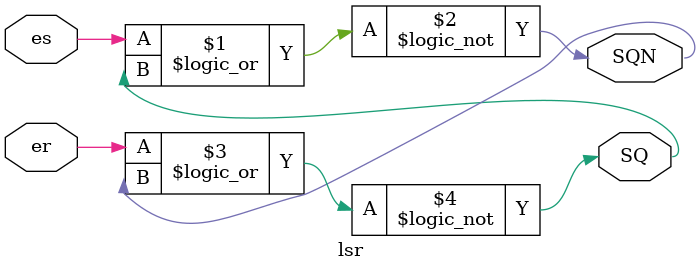
<source format=v>
module lsr (es, er, SQN, SQ);

	input 			es;
	input 			er;
	output 			SQN;
	output 			SQ;
	
	assign 			SQN = !(es || SQ);
	assign 			SQ	 = !(er || SQN);
	
endmodule

</source>
